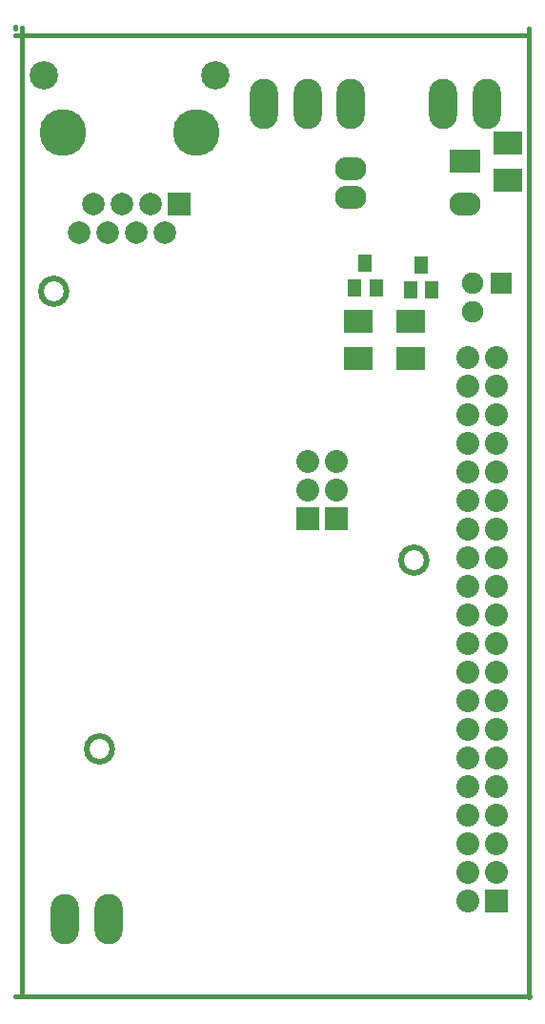
<source format=gbs>
G04 (created by PCBNEW (2013-07-07 BZR 4022)-stable) date 12/06/2018 18:13:56*
%MOIN*%
G04 Gerber Fmt 3.4, Leading zero omitted, Abs format*
%FSLAX34Y34*%
G01*
G70*
G90*
G04 APERTURE LIST*
%ADD10C,0.00590551*%
%ADD11C,0.018937*%
%ADD12C,0.015*%
%ADD13R,0.1X0.08*%
%ADD14C,0.1637*%
%ADD15R,0.0791X0.0791*%
%ADD16C,0.0791*%
%ADD17C,0.0987402*%
%ADD18R,0.0515X0.0594*%
%ADD19R,0.08X0.08*%
%ADD20C,0.08*%
%ADD21O,0.098X0.176*%
%ADD22R,0.11X0.082*%
%ADD23O,0.11X0.082*%
%ADD24R,0.075X0.075*%
%ADD25C,0.075*%
G04 APERTURE END LIST*
G54D10*
G54D11*
X15047Y-19800D02*
G75*
G03X15047Y-19800I-447J0D01*
G74*
G01*
X16647Y-35800D02*
G75*
G03X16647Y-35800I-447J0D01*
G74*
G01*
X27647Y-29200D02*
G75*
G03X27647Y-29200I-447J0D01*
G74*
G01*
G54D12*
X13250Y-10600D02*
X13250Y-10550D01*
X31200Y-10850D02*
X13250Y-10850D01*
X13250Y-44450D02*
X31250Y-44450D01*
X31212Y-10629D02*
X31212Y-44488D01*
X13492Y-44438D02*
X13492Y-10579D01*
G54D13*
X30500Y-14600D03*
X30500Y-15900D03*
X25250Y-20850D03*
X25250Y-22150D03*
X27100Y-20850D03*
X27100Y-22150D03*
G54D14*
X14912Y-14250D03*
X19585Y-14250D03*
G54D15*
X19000Y-16750D03*
G54D16*
X18500Y-17750D03*
X18000Y-16750D03*
X17500Y-17750D03*
X17000Y-16750D03*
X16500Y-17750D03*
X16000Y-16750D03*
X15500Y-17750D03*
G54D17*
X20250Y-12250D03*
X14250Y-12250D03*
G54D18*
X25500Y-18817D03*
X25125Y-19683D03*
X25875Y-19683D03*
X27450Y-18867D03*
X27075Y-19733D03*
X27825Y-19733D03*
G54D19*
X30100Y-41100D03*
G54D20*
X29100Y-41100D03*
X30100Y-36100D03*
X29100Y-40100D03*
X30100Y-35100D03*
X29100Y-39100D03*
X30100Y-34100D03*
X29100Y-38100D03*
X30100Y-33100D03*
X29100Y-37100D03*
X30100Y-32100D03*
X29100Y-36100D03*
X30100Y-31100D03*
X29100Y-35100D03*
X30100Y-30100D03*
X29100Y-34100D03*
X30100Y-29100D03*
X29100Y-33100D03*
X30100Y-28100D03*
X29100Y-32100D03*
X30100Y-27100D03*
X29100Y-31100D03*
X30100Y-26100D03*
X29100Y-30100D03*
X29100Y-29100D03*
X30100Y-25100D03*
X29100Y-28100D03*
X29100Y-26100D03*
X29100Y-25100D03*
X29100Y-24100D03*
X29100Y-23100D03*
X30100Y-24100D03*
X30100Y-23100D03*
X30100Y-40100D03*
X30100Y-39100D03*
X30100Y-38100D03*
X30100Y-37100D03*
X30100Y-22100D03*
X29100Y-22100D03*
X29100Y-27100D03*
G54D21*
X25000Y-13250D03*
X23484Y-13250D03*
X21968Y-13250D03*
X29750Y-13250D03*
X28234Y-13250D03*
G54D19*
X24500Y-27750D03*
G54D20*
X24500Y-26750D03*
X24500Y-25750D03*
G54D19*
X23500Y-27750D03*
G54D20*
X23500Y-26750D03*
X23500Y-25750D03*
G54D22*
X29000Y-15250D03*
G54D23*
X29000Y-16750D03*
X25000Y-16500D03*
X25000Y-15500D03*
G54D21*
X15000Y-41750D03*
X16515Y-41750D03*
G54D24*
X30250Y-19500D03*
G54D25*
X29250Y-19500D03*
X29250Y-20500D03*
M02*

</source>
